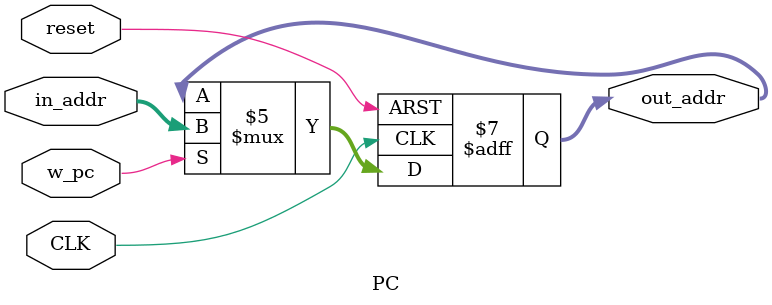
<source format=v>
`timescale 1ns / 1ps

module PC(
    input CLK,								 // 
    input reset,               // 
    input w_pc,                // pc 写信号
  input [31:0] in_addr,        // pc输入地址，新地址
  output reg[31:0] out_addr    // pc输出地址，当前地址
    );

	initial begin
    out_addr <= 0;  					// 初始为 0
	end
	
	always@(posedge CLK or posedge reset)
	 begin
		if (reset == 1)  
      out_addr <= 0;  				// 重置为 0 
		else 
		 begin
			if (w_pc)  
        out_addr <= in_addr;	// 更新pc
			else  
        out_addr <= out_addr;	// 不变
		 end
	 end 
endmodule

</source>
